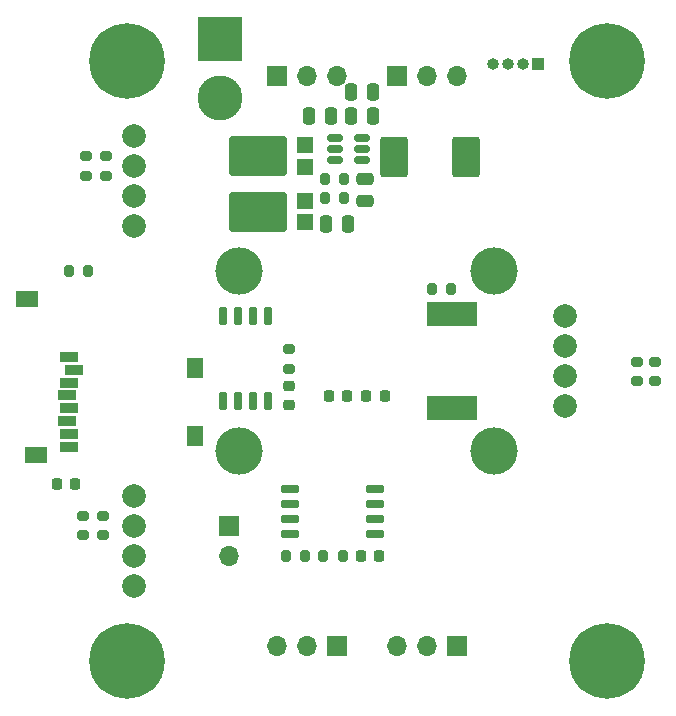
<source format=gbs>
G04 #@! TF.GenerationSoftware,KiCad,Pcbnew,7.0.7*
G04 #@! TF.CreationDate,2024-02-08T13:12:57-05:00*
G04 #@! TF.ProjectId,UMRT_FC_R2,554d5254-5f46-4435-9f52-322e6b696361,rev?*
G04 #@! TF.SameCoordinates,Original*
G04 #@! TF.FileFunction,Soldermask,Bot*
G04 #@! TF.FilePolarity,Negative*
%FSLAX46Y46*%
G04 Gerber Fmt 4.6, Leading zero omitted, Abs format (unit mm)*
G04 Created by KiCad (PCBNEW 7.0.7) date 2024-02-08 13:12:57*
%MOMM*%
%LPD*%
G01*
G04 APERTURE LIST*
G04 Aperture macros list*
%AMRoundRect*
0 Rectangle with rounded corners*
0 $1 Rounding radius*
0 $2 $3 $4 $5 $6 $7 $8 $9 X,Y pos of 4 corners*
0 Add a 4 corners polygon primitive as box body*
4,1,4,$2,$3,$4,$5,$6,$7,$8,$9,$2,$3,0*
0 Add four circle primitives for the rounded corners*
1,1,$1+$1,$2,$3*
1,1,$1+$1,$4,$5*
1,1,$1+$1,$6,$7*
1,1,$1+$1,$8,$9*
0 Add four rect primitives between the rounded corners*
20,1,$1+$1,$2,$3,$4,$5,0*
20,1,$1+$1,$4,$5,$6,$7,0*
20,1,$1+$1,$6,$7,$8,$9,0*
20,1,$1+$1,$8,$9,$2,$3,0*%
G04 Aperture macros list end*
%ADD10R,1.700000X1.700000*%
%ADD11O,1.700000X1.700000*%
%ADD12C,4.000000*%
%ADD13R,3.800000X3.800000*%
%ADD14C,3.800000*%
%ADD15C,0.800000*%
%ADD16C,6.400000*%
%ADD17R,1.000000X1.000000*%
%ADD18O,1.000000X1.000000*%
%ADD19C,2.000000*%
%ADD20RoundRect,0.200000X-0.275000X0.200000X-0.275000X-0.200000X0.275000X-0.200000X0.275000X0.200000X0*%
%ADD21R,4.200000X2.000000*%
%ADD22RoundRect,0.150000X-0.650000X-0.150000X0.650000X-0.150000X0.650000X0.150000X-0.650000X0.150000X0*%
%ADD23RoundRect,0.070000X0.630000X0.630000X-0.630000X0.630000X-0.630000X-0.630000X0.630000X-0.630000X0*%
%ADD24RoundRect,0.168000X2.262000X1.512000X-2.262000X1.512000X-2.262000X-1.512000X2.262000X-1.512000X0*%
%ADD25RoundRect,0.250000X0.250000X0.475000X-0.250000X0.475000X-0.250000X-0.475000X0.250000X-0.475000X0*%
%ADD26RoundRect,0.200000X-0.200000X-0.275000X0.200000X-0.275000X0.200000X0.275000X-0.200000X0.275000X0*%
%ADD27RoundRect,0.225000X0.225000X0.250000X-0.225000X0.250000X-0.225000X-0.250000X0.225000X-0.250000X0*%
%ADD28RoundRect,0.225000X-0.225000X-0.250000X0.225000X-0.250000X0.225000X0.250000X-0.225000X0.250000X0*%
%ADD29RoundRect,0.250000X-0.475000X0.250000X-0.475000X-0.250000X0.475000X-0.250000X0.475000X0.250000X0*%
%ADD30RoundRect,0.200000X0.200000X0.275000X-0.200000X0.275000X-0.200000X-0.275000X0.200000X-0.275000X0*%
%ADD31RoundRect,0.200000X0.275000X-0.200000X0.275000X0.200000X-0.275000X0.200000X-0.275000X-0.200000X0*%
%ADD32RoundRect,0.235000X-0.940000X-1.465000X0.940000X-1.465000X0.940000X1.465000X-0.940000X1.465000X0*%
%ADD33RoundRect,0.225000X0.250000X-0.225000X0.250000X0.225000X-0.250000X0.225000X-0.250000X-0.225000X0*%
%ADD34RoundRect,0.150000X-0.512500X-0.150000X0.512500X-0.150000X0.512500X0.150000X-0.512500X0.150000X0*%
%ADD35RoundRect,0.150000X0.150000X-0.650000X0.150000X0.650000X-0.150000X0.650000X-0.150000X-0.650000X0*%
%ADD36RoundRect,0.250000X-0.250000X-0.475000X0.250000X-0.475000X0.250000X0.475000X-0.250000X0.475000X0*%
%ADD37R,1.498600X0.812800*%
%ADD38R,1.905000X1.397000*%
%ADD39R,1.397000X1.803400*%
G04 APERTURE END LIST*
D10*
X134620000Y-138430000D03*
D11*
X132080000Y-138430000D03*
X129540000Y-138430000D03*
D10*
X124460000Y-138430000D03*
D11*
X121920000Y-138430000D03*
X119380000Y-138430000D03*
D10*
X129540000Y-90170000D03*
D11*
X132080000Y-90170000D03*
X134620000Y-90170000D03*
D10*
X119380000Y-90170000D03*
D11*
X121920000Y-90170000D03*
X124460000Y-90170000D03*
D12*
X116205000Y-106680000D03*
X116205000Y-121920000D03*
X137795000Y-106680000D03*
X137795000Y-121920000D03*
D13*
X114554000Y-87035000D03*
D14*
X114554000Y-92035000D03*
D15*
X144920000Y-88900000D03*
X145622944Y-87202944D03*
X145622944Y-90597056D03*
X147320000Y-86500000D03*
D16*
X147320000Y-88900000D03*
D15*
X147320000Y-91300000D03*
X149017056Y-87202944D03*
X149017056Y-90597056D03*
X149720000Y-88900000D03*
D17*
X141478000Y-89154000D03*
D18*
X140208000Y-89154000D03*
X138938000Y-89154000D03*
X137668000Y-89154000D03*
D10*
X115316000Y-128265000D03*
D11*
X115316000Y-130805000D03*
D19*
X107315000Y-95250000D03*
X107315000Y-97790000D03*
X107315000Y-100330000D03*
X107315000Y-102870000D03*
D15*
X144920000Y-139700000D03*
X145622944Y-138002944D03*
X145622944Y-141397056D03*
X147320000Y-137300000D03*
D16*
X147320000Y-139700000D03*
D15*
X147320000Y-142100000D03*
X149017056Y-138002944D03*
X149017056Y-141397056D03*
X149720000Y-139700000D03*
D19*
X143764000Y-110490000D03*
X143764000Y-113030000D03*
X143764000Y-115570000D03*
X143764000Y-118110000D03*
D15*
X104280000Y-139700000D03*
X104982944Y-138002944D03*
X104982944Y-141397056D03*
X106680000Y-137300000D03*
D16*
X106680000Y-139700000D03*
D15*
X106680000Y-142100000D03*
X108377056Y-138002944D03*
X108377056Y-141397056D03*
X109080000Y-139700000D03*
X104280000Y-88900000D03*
X104982944Y-87202944D03*
X104982944Y-90597056D03*
X106680000Y-86500000D03*
D16*
X106680000Y-88900000D03*
D15*
X106680000Y-91300000D03*
X108377056Y-87202944D03*
X108377056Y-90597056D03*
X109080000Y-88900000D03*
D19*
X107315000Y-125730000D03*
X107315000Y-128270000D03*
X107315000Y-130810000D03*
X107315000Y-133350000D03*
D20*
X149860000Y-114364000D03*
X149860000Y-116014000D03*
D21*
X134239000Y-110300000D03*
X134239000Y-118300000D03*
D22*
X120543000Y-128905000D03*
X120543000Y-127635000D03*
X120543000Y-126365000D03*
X120543000Y-125095000D03*
X127743000Y-125095000D03*
X127743000Y-126365000D03*
X127743000Y-127635000D03*
X127743000Y-128905000D03*
D20*
X151384000Y-114364000D03*
X151384000Y-116014000D03*
D23*
X121793000Y-102551000D03*
X121793000Y-100711000D03*
D24*
X117813000Y-101631000D03*
D25*
X127569000Y-91506000D03*
X125669000Y-91506000D03*
D23*
X121793000Y-97852000D03*
X121793000Y-96012000D03*
D24*
X117813000Y-96932000D03*
D26*
X101791000Y-106680000D03*
X103441000Y-106680000D03*
D27*
X128093000Y-130810000D03*
X126543000Y-130810000D03*
D28*
X126987000Y-117221000D03*
X128537000Y-117221000D03*
D20*
X102997000Y-127382000D03*
X102997000Y-129032000D03*
D29*
X126873000Y-98872000D03*
X126873000Y-100772000D03*
D26*
X120143000Y-130810000D03*
X121793000Y-130810000D03*
D25*
X125435000Y-102682000D03*
X123535000Y-102682000D03*
D30*
X134175000Y-108204000D03*
X132525000Y-108204000D03*
D27*
X125349000Y-117221000D03*
X123799000Y-117221000D03*
D31*
X120396000Y-114934000D03*
X120396000Y-113284000D03*
D20*
X104902000Y-96965000D03*
X104902000Y-98615000D03*
X104648000Y-127382000D03*
X104648000Y-129032000D03*
D30*
X125095750Y-100523000D03*
X123445750Y-100523000D03*
D32*
X129334000Y-97028000D03*
X135384000Y-97028000D03*
D33*
X120396000Y-117996000D03*
X120396000Y-116446000D03*
D34*
X124338500Y-97282000D03*
X124338500Y-96332000D03*
X124338500Y-95382000D03*
X126613500Y-95382000D03*
X126613500Y-96332000D03*
X126613500Y-97282000D03*
D35*
X118618000Y-117646000D03*
X117348000Y-117646000D03*
X116078000Y-117646000D03*
X114808000Y-117646000D03*
X114808000Y-110446000D03*
X116078000Y-110446000D03*
X117348000Y-110446000D03*
X118618000Y-110446000D03*
D27*
X102311000Y-124714000D03*
X100761000Y-124714000D03*
D26*
X123318000Y-130810000D03*
X124968000Y-130810000D03*
D36*
X122113000Y-93538000D03*
X124013000Y-93538000D03*
D25*
X127569000Y-93538000D03*
X125669000Y-93538000D03*
D26*
X123445750Y-98872000D03*
X125095750Y-98872000D03*
D20*
X103251000Y-96965000D03*
X103251000Y-98615000D03*
D37*
X101834127Y-113924972D03*
X102240527Y-115017172D03*
X101834127Y-116109372D03*
X101630927Y-117201572D03*
X101834127Y-118293772D03*
X101630927Y-119385972D03*
X101834127Y-120478172D03*
X101834127Y-121570372D03*
D38*
X98285300Y-109004100D03*
X99006617Y-122247742D03*
D39*
X112471200Y-114922300D03*
X112471200Y-120637300D03*
M02*

</source>
